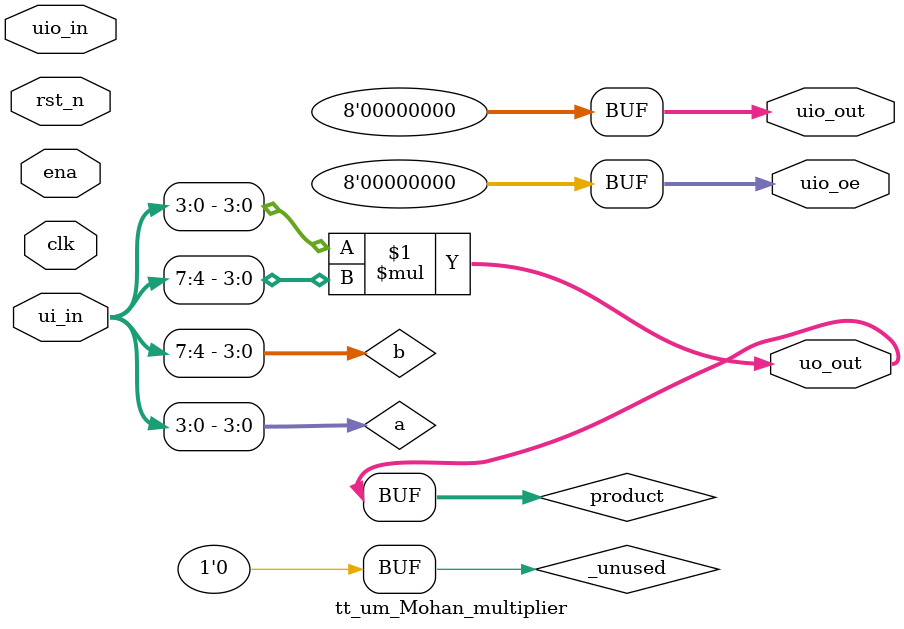
<source format=v>
/*
 * Copyright (c) 2024 Your Name
 * SPDX-License-Identifier: Apache-2.0
 */

`default_nettype none

module tt_um_Mohan_multiplier (
    input  wire [7:0] ui_in,    // Dedicated inputs
    output wire [7:0] uo_out,   // Dedicated outputs
    input  wire [7:0] uio_in,   // IOs: Input path
    output wire [7:0] uio_out,  // IOs: Output path
    output wire [7:0] uio_oe,   // IOs: Enable path (active high: 0=input, 1=output)
    input  wire       ena,      // always 1 when the design is powered, so you can ignore it
    input  wire       clk,      // clock
    input  wire       rst_n     // reset_n - low to reset
);

  // Extract 4-bit operands from inputs
  wire [3:0] a = ui_in[3:0];
  wire [3:0] b = ui_in[7:4];

  // 4-bit multiplication
  wire [7:0] product = a * b;

  // Assign output
  assign uo_out  = product;  
  assign uio_out = 0;
  assign uio_oe  = 0;

  // List all unused inputs to prevent warnings
  wire _unused = &{uio_in, ena, clk, rst_n, 1'b0};

endmodule

</source>
